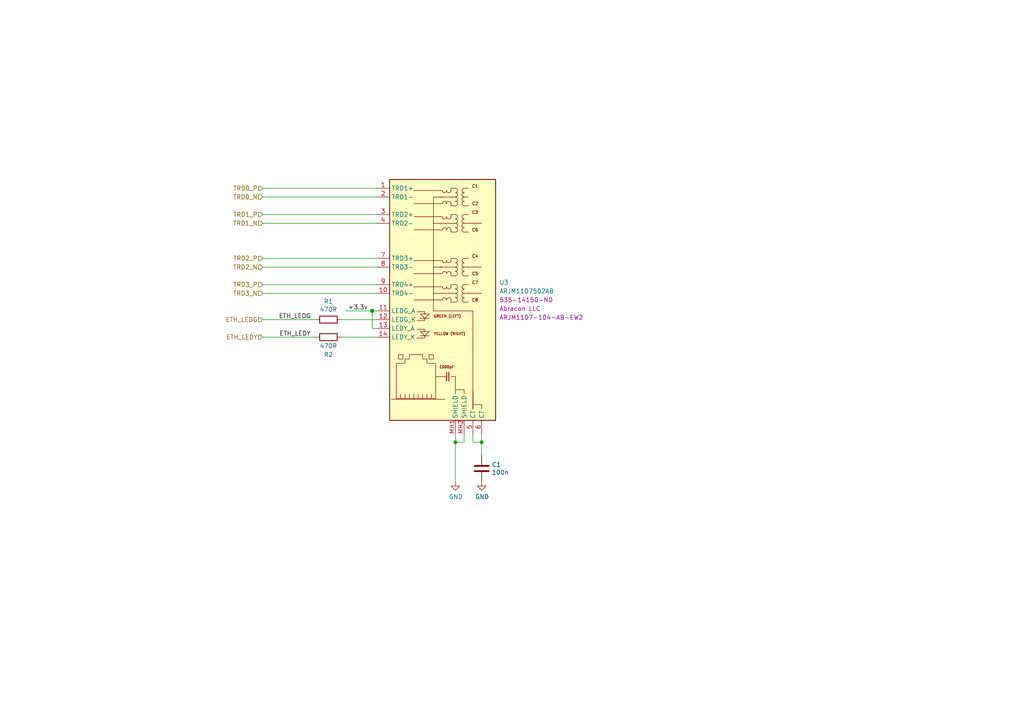
<source format=kicad_sch>
(kicad_sch (version 20230121) (generator eeschema)
  (paper "A4")
  (title_block (title "Mainboard Ethernet Connector") (date "2022-01-09") (rev "v1"))
  (lib_symbols
    (symbol "Device:C" (pin_numbers hide) (pin_names (offset 0.254))
      (property "Reference" "C" (at 0.635 2.54 0))
      (property "Value" "C" (at 0.635 -2.54 0))
      (symbol "C_0_1"
        (polyline (pts (xy -2.032 -0.762) (xy 2.032 -0.762)) (stroke (width 0.508)))
        (polyline (pts (xy -2.032 0.762) (xy 2.032 0.762)) (stroke (width 0.508)))
      )
      (symbol "C_1_1"
        (pin passive line (at 0 3.81 270) (length 2.794) (name "~") (number "1"))
        (pin passive line (at 0 -3.81 90) (length 2.794) (name "~") (number "2"))
      )
    )
    (symbol "Device:R" (pin_numbers hide) (pin_names (offset 0))
      (property "Reference" "R" (at 2.032 0 90))
      (property "Value" "R" (at 0 0 90))
      (symbol "R_0_1"
        (rectangle (start -1.016 -2.54) (end 1.016 2.54) (stroke (width 0.254)))
      )
      (symbol "R_1_1"
        (pin passive line (at 0 3.81 270) (length 1.27) (name "~") (number "1"))
        (pin passive line (at 0 -3.81 90) (length 1.27) (name "~") (number "2"))
      )
    )
    (symbol "Mainboard:ARJM11D7502AB"
      (property "Reference" "U" (at -1.27 -17.78 0))
      (property "Value" "ARJM11D7502AB" (at 0 46.99 0))
      (property "Digi-Key-Teilenr." "535-14150-ND" (at 0 0 0))
      (property "Field5" "Abracon LLC" (at 0 0 0))
      (property "Field6" "ARJM11D7-104-AB-EW2" (at 0 0 0))
      (symbol "ARJM11D7502AB_0_1"
        (polyline (pts (xy 5.08 10.16) (xy -1.27 10.16) (xy -1.27 17.78) (xy 1.27 17.78) (xy -1.27 17.78)))
        (polyline (pts (xy 5.08 30.48) (xy -1.27 30.48) (xy -1.27 38.1) (xy 1.27 38.1) (xy -1.27 38.1)))
      )
      (symbol "ARJM11D7502AB_1_1"
        (rectangle (start -13.97 43.18) (end 16.764 -26.67) (stroke (width 0.254)) (fill (type background)))
        (rectangle (start -11.43 -7.62) (end -11.43 -8.89) (stroke (width 0.1524)))
        (rectangle (start -11.43 -7.62) (end -10.16 -7.62) (stroke (width 0.1524)))
        (rectangle (start -10.16 -8.89) (end -11.43 -8.89) (stroke (width 0.1524)))
        (rectangle (start -10.16 -8.89) (end -10.16 -7.62) (stroke (width 0.1524)))
        (rectangle (start -2.54 -7.62) (end -2.54 -8.89) (stroke (width 0.1524)))
        (rectangle (start -2.54 -7.62) (end -1.27 -7.62) (stroke (width 0.1524)))
        (rectangle (start -1.27 -8.89) (end -2.54 -8.89) (stroke (width 0.1524)))
        (rectangle (start -1.27 -8.89) (end -1.27 -7.62) (stroke (width 0.1524)))
        (polyline (pts (xy -13.462 -20.574) (xy 2.032 -20.574)) (stroke (width 0.1524)))
        (polyline (pts (xy -10.795 -19.05) (xy -10.795 -20.32)))
        (polyline (pts (xy -9.525 -19.05) (xy -9.525 -20.32)))
        (polyline (pts (xy -8.255 -20.32) (xy -8.255 -19.05)))
        (polyline (pts (xy -6.985 -20.32) (xy -6.985 -19.05)))
        (polyline (pts (xy -5.715 -20.32) (xy -5.715 -19.05)))
        (polyline (pts (xy -4.445 -20.32) (xy -4.445 -19.05)))
        (polyline (pts (xy -3.175 -20.32) (xy -3.175 -19.05)))
        (polyline (pts (xy -2.54 -2.159) (xy -5.08 -2.159)))
        (polyline (pts (xy -2.54 2.921) (xy -5.08 2.921)))
        (polyline (pts (xy -1.905 -19.05) (xy -1.905 -20.32)))
        (polyline (pts (xy -1.27 17.78) (xy -1.27 30.48)))
        (polyline (pts (xy -0.635 -13.97) (xy -0.635 -13.97)) (stroke (width 0.1524)))
        (polyline (pts (xy 0.635 17.78) (xy 5.08 17.78)))
        (polyline (pts (xy 0.635 38.1) (xy 5.08 38.1)))
        (polyline (pts (xy 1.27 8.255) (xy -6.985 8.255)))
        (polyline (pts (xy 1.27 12.065) (xy -6.985 12.065)))
        (polyline (pts (xy 1.27 15.875) (xy -6.985 15.875)))
        (polyline (pts (xy 1.27 19.685) (xy -6.985 19.685)))
        (polyline (pts (xy 1.27 28.575) (xy -6.985 28.575)))
        (polyline (pts (xy 1.27 32.385) (xy -6.985 32.385)))
        (polyline (pts (xy 1.27 36.195) (xy -6.985 36.195)))
        (polyline (pts (xy 1.27 40.005) (xy -6.985 40.005)))
        (polyline (pts (xy 2.54 -13.97) (xy -0.635 -13.97)) (stroke (width 0.1524)))
        (polyline (pts (xy 2.54 -12.7) (xy 2.54 -15.24)) (stroke (width 0.254)))
        (polyline (pts (xy 3.175 -12.7) (xy 3.175 -15.24)) (stroke (width 0.254)))
        (polyline (pts (xy 5.08 -13.97) (xy 3.81 -13.97)) (stroke (width 0.1524)))
        (polyline (pts (xy 7.62 7.62) (xy 8.89 7.62)))
        (polyline (pts (xy 7.62 10.16) (xy 8.89 10.16)))
        (polyline (pts (xy 7.62 12.7) (xy 8.89 12.7)))
        (polyline (pts (xy 7.62 15.24) (xy 8.89 15.24)))
        (polyline (pts (xy 7.62 17.78) (xy 8.89 17.78)))
        (polyline (pts (xy 7.62 20.32) (xy 8.89 20.32)))
        (polyline (pts (xy 7.62 27.94) (xy 8.89 27.94)))
        (polyline (pts (xy 7.62 30.48) (xy 8.89 30.48)))
        (polyline (pts (xy 7.62 33.02) (xy 8.89 33.02)))
        (polyline (pts (xy 7.62 35.56) (xy 8.89 35.56)))
        (polyline (pts (xy 7.62 38.1) (xy 8.89 38.1)))
        (polyline (pts (xy 7.62 40.64) (xy 8.89 40.64)))
        (polyline (pts (xy 8.89 10.16) (xy 12.7 10.16)))
        (polyline (pts (xy 8.89 17.78) (xy 12.7 17.78)))
        (polyline (pts (xy 8.89 30.48) (xy 12.7 30.48)))
        (polyline (pts (xy -6.096 -2.794) (xy -3.81 -2.794) (xy -3.81 -2.159)))
        (polyline (pts (xy -6.096 -0.254) (xy -3.81 -0.254) (xy -3.81 -0.889)))
        (polyline (pts (xy -6.096 4.826) (xy -3.81 4.826) (xy -3.81 4.191)))
        (polyline (pts (xy -3.81 2.921) (xy -3.81 2.286) (xy -6.096 2.286)))
        (polyline (pts (xy 3.81 8.255) (xy 3.81 7.62) (xy 5.08 7.62)))
        (polyline (pts (xy 3.81 15.875) (xy 3.81 15.24) (xy 5.08 15.24)))
        (polyline (pts (xy 3.81 28.575) (xy 3.81 27.94) (xy 5.08 27.94)))
        (polyline (pts (xy 3.81 36.195) (xy 3.81 35.56) (xy 5.08 35.56)))
        (polyline (pts (xy 5.08 12.7) (xy 3.81 12.7) (xy 3.81 12.065)))
        (polyline (pts (xy 5.08 20.32) (xy 3.81 20.32) (xy 3.81 19.685)))
        (polyline (pts (xy 5.08 33.02) (xy 3.81 33.02) (xy 3.81 32.385)))
        (polyline (pts (xy 5.08 40.64) (xy 3.81 40.64) (xy 3.81 40.005)))
        (polyline (pts (xy -5.08 4.191) (xy -2.54 4.191) (xy -3.81 2.921) (xy -5.08 4.191)))
        (polyline (pts (xy -2.54 -0.889) (xy -5.08 -0.889) (xy -3.81 -2.159) (xy -2.54 -0.889)))
        (polyline (pts (xy -1.27 10.16) (xy -1.27 6.35) (xy -1.27 5.08) (xy 10.16 5.08) (xy 10.16 -23.368)) (stroke (width 0.1524)))
        (polyline (pts (xy 7.62 -19.05) (xy 7.62 -17.78) (xy 5.08 -17.78) (xy 5.08 -19.05) (xy 5.08 -17.78) (xy 5.08 -16.51) (xy 5.08 -13.97)))
        (polyline (pts (xy 12.7 -23.368) (xy 12.7 -22.098) (xy 10.16 -22.098) (xy 10.16 -23.368) (xy 10.16 -22.098) (xy 10.16 -20.828) (xy 10.16 -18.288)))
        (polyline (pts (xy -0.635 -20.32) (xy -12.065 -20.32) (xy -12.065 -10.16) (xy -9.525 -10.16) (xy -9.525 -8.89) (xy -8.255 -8.89) (xy -8.255 -7.62) (xy -4.445 -7.62) (xy -4.445 -8.89) (xy -3.175 -8.89) (xy -3.175 -10.16) (xy -0.635 -10.16) (xy -0.635 -20.32)))
        (arc (start 1.27 12.065) (mid 1.905 11.4327) (end 2.54 12.065))
        (arc (start 1.27 19.685) (mid 1.905 19.0527) (end 2.54 19.685))
        (arc (start 1.27 32.385) (mid 1.905 31.7527) (end 2.54 32.385))
        (arc (start 1.27 40.005) (mid 1.905 39.3727) (end 2.54 40.005))
        (arc (start 2.54 8.255) (mid 1.905 8.8873) (end 1.27 8.255))
        (arc (start 2.54 12.065) (mid 3.175 11.4327) (end 3.81 12.065))
        (arc (start 2.54 15.875) (mid 1.905 16.5073) (end 1.27 15.875))
        (arc (start 2.54 19.685) (mid 3.175 19.0527) (end 3.81 19.685))
        (arc (start 2.54 28.575) (mid 1.905 29.2073) (end 1.27 28.575))
        (arc (start 2.54 32.385) (mid 3.175 31.7527) (end 3.81 32.385))
        (arc (start 2.54 36.195) (mid 1.905 36.8273) (end 1.27 36.195))
        (arc (start 2.54 40.005) (mid 3.175 39.3727) (end 3.81 40.005))
        (arc (start 3.81 8.255) (mid 3.175 8.8873) (end 2.54 8.255))
        (arc (start 3.81 15.875) (mid 3.175 16.5073) (end 2.54 15.875))
        (arc (start 3.81 28.575) (mid 3.175 29.2073) (end 2.54 28.575))
        (arc (start 3.81 36.195) (mid 3.175 36.8273) (end 2.54 36.195))
        (arc (start 5.08 7.62) (mid 5.7123 8.255) (end 5.08 8.89))
        (arc (start 5.08 8.89) (mid 5.7123 9.525) (end 5.08 10.16))
        (arc (start 5.08 10.16) (mid 5.7123 10.795) (end 5.08 11.43))
        (arc (start 5.08 11.43) (mid 5.7123 12.065) (end 5.08 12.7))
        (arc (start 5.08 15.24) (mid 5.7123 15.875) (end 5.08 16.51))
        (arc (start 5.08 16.51) (mid 5.7123 17.145) (end 5.08 17.78))
        (arc (start 5.08 17.78) (mid 5.7123 18.415) (end 5.08 19.05))
        (arc (start 5.08 19.05) (mid 5.7123 19.685) (end 5.08 20.32))
        (arc (start 5.08 27.94) (mid 5.7123 28.575) (end 5.08 29.21))
        (arc (start 5.08 29.21) (mid 5.7123 29.845) (end 5.08 30.48))
        (arc (start 5.08 30.48) (mid 5.7123 31.115) (end 5.08 31.75))
        (arc (start 5.08 31.75) (mid 5.7123 32.385) (end 5.08 33.02))
        (arc (start 5.08 35.56) (mid 5.7123 36.195) (end 5.08 36.83))
        (arc (start 5.08 36.83) (mid 5.7123 37.465) (end 5.08 38.1))
        (arc (start 5.08 38.1) (mid 5.7123 38.735) (end 5.08 39.37))
        (arc (start 5.08 39.37) (mid 5.7123 40.005) (end 5.08 40.64))
        (arc (start 7.62 8.89) (mid 6.9877 8.255) (end 7.62 7.62))
        (arc (start 7.62 10.16) (mid 6.9877 9.525) (end 7.62 8.89))
        (arc (start 7.62 11.43) (mid 6.9877 10.795) (end 7.62 10.16))
        (arc (start 7.62 12.7) (mid 6.9877 12.065) (end 7.62 11.43))
        (arc (start 7.62 16.51) (mid 6.9877 15.875) (end 7.62 15.24))
        (arc (start 7.62 17.78) (mid 6.9877 17.145) (end 7.62 16.51))
        (arc (start 7.62 19.05) (mid 6.9877 18.415) (end 7.62 17.78))
        (arc (start 7.62 20.32) (mid 6.9877 19.685) (end 7.62 19.05))
        (arc (start 7.62 29.21) (mid 6.9877 28.575) (end 7.62 27.94))
        (arc (start 7.62 30.48) (mid 6.9877 29.845) (end 7.62 29.21))
        (arc (start 7.62 31.75) (mid 6.9877 31.115) (end 7.62 30.48))
        (arc (start 7.62 33.02) (mid 6.9877 32.385) (end 7.62 31.75))
        (arc (start 7.62 36.83) (mid 6.9877 36.195) (end 7.62 35.56))
        (arc (start 7.62 38.1) (mid 6.9877 37.465) (end 7.62 36.83))
        (arc (start 7.62 39.37) (mid 6.9877 38.735) (end 7.62 38.1))
        (arc (start 7.62 40.64) (mid 6.9877 40.005) (end 7.62 39.37))
        (text "1000pF" (at 2.54 -11.176 0) (effects (font (size 0.762 0.762))))
        (text "C1" (at 10.795 41.275 0) (effects (font (size 0.889 0.889))))
        (text "C2" (at 10.795 36.195 0) (effects (font (size 0.889 0.889))))
        (text "C3" (at 10.795 33.655 0) (effects (font (size 0.889 0.889))))
        (text "C4" (at 10.795 20.955 0) (effects (font (size 0.889 0.889))))
        (text "C5" (at 10.795 15.875 0) (effects (font (size 0.889 0.889))))
        (text "C6" (at 10.795 28.575 0) (effects (font (size 0.889 0.889))))
        (text "C7" (at 10.795 13.335 0) (effects (font (size 0.889 0.889))))
        (text "C8" (at 10.795 8.255 0) (effects (font (size 0.889 0.889))))
        (text "GREEN (LEFT)" (at -1.27 3.556 0) (effects (font (size 0.762 0.762)) (justify left)))
        (text "YELLOW (RIGHT)" (at -1.27 -1.524 0) (effects (font (size 0.762 0.762)) (justify left)))
        (pin passive line (at -17.78 40.64 0) (length 3.81) (name "TRD1+") (number "1"))
        (pin passive line (at -17.78 10.16 0) (length 3.81) (name "TRD4-") (number "10"))
        (pin passive line (at -17.78 5.08 0) (length 3.81) (name "LEDG_A") (number "11"))
        (pin passive line (at -17.78 2.54 0) (length 3.81) (name "LEDG_K") (number "12"))
        (pin passive line (at -17.78 0 0) (length 3.81) (name "LEDY_A") (number "13"))
        (pin passive line (at -17.78 -2.54 0) (length 3.81) (name "LEDY_K") (number "14"))
        (pin passive line (at -17.78 38.1 0) (length 3.81) (name "TRD1-") (number "2"))
        (pin passive line (at -17.78 33.02 0) (length 3.81) (name "TRD2+") (number "3"))
        (pin passive line (at -17.78 30.48 0) (length 3.81) (name "TRD2-") (number "4"))
        (pin passive line (at 10.16 -30.48 90) (length 3.81) (name "CT") (number "5"))
        (pin passive line (at 12.7 -30.48 90) (length 3.81) (name "CT") (number "6"))
        (pin passive line (at -17.78 20.32 0) (length 3.81) (name "TRD3+") (number "7"))
        (pin passive line (at -17.78 17.78 0) (length 3.81) (name "TRD3-") (number "8"))
        (pin passive line (at -17.78 12.7 0) (length 3.81) (name "TRD4+") (number "9"))
        (pin passive line (at 5.08 -30.48 90) (length 3.81) (name "SHIELD") (number "MH1"))
        (pin passive line (at 7.62 -30.48 90) (length 3.81) (name "SHIELD") (number "MH2"))
      )
    )
    (symbol "power:GND" (power) (pin_names (offset 0))
      (property "Value" "GND" (at 0 -3.81 0))
      (symbol "GND_0_1"
        (polyline (pts (xy 0 0) (xy 0 -1.27) (xy 1.27 -1.27) (xy 0 -2.54) (xy -1.27 -1.27) (xy 0 -1.27)))
      )
      (symbol "GND_1_1"
        (pin power_in line (at 0 0 270) (length 0) hide (name "GND") (number "1"))
      )
    )
  )
  (junction (at 139.7 128.27))
  (junction (at 132.08 128.27))
  (junction (at 107.95 90.17) (diameter 1.016))
  (wire (pts (xy 107.95 95.25) (xy 107.95 90.17)))
  (wire (pts (xy 76.2 57.15) (xy 109.22 57.15)))
  (wire (pts (xy 76.2 74.93) (xy 109.22 74.93)))
  (wire (pts (xy 100.33 90.17) (xy 107.95 90.17)))
  (wire (pts (xy 139.7 128.27) (xy 139.7 125.73)))
  (wire (pts (xy 99.06 92.71) (xy 109.22 92.71)))
  (wire (pts (xy 76.2 64.77) (xy 109.22 64.77)))
  (wire (pts (xy 76.2 77.47) (xy 109.22 77.47)))
  (wire (pts (xy 132.08 128.27) (xy 132.08 125.73)))
  (wire (pts (xy 132.08 128.27) (xy 132.08 139.7)))
  (wire (pts (xy 76.2 82.55) (xy 109.22 82.55)))
  (wire (pts (xy 134.62 125.73) (xy 134.62 128.27)))
  (wire (pts (xy 107.95 90.17) (xy 109.22 90.17)))
  (wire (pts (xy 139.7 128.27) (xy 139.7 132.08)))
  (wire (pts (xy 137.16 128.27) (xy 139.7 128.27)))
  (wire (pts (xy 76.2 85.09) (xy 109.22 85.09)))
  (wire (pts (xy 76.2 54.61) (xy 109.22 54.61)))
  (wire (pts (xy 99.06 97.79) (xy 109.22 97.79)))
  (wire (pts (xy 76.2 92.71) (xy 91.44 92.71)))
  (wire (pts (xy 109.22 95.25) (xy 107.95 95.25)))
  (wire (pts (xy 137.16 125.73) (xy 137.16 128.27)))
  (wire (pts (xy 134.62 128.27) (xy 132.08 128.27)))
  (wire (pts (xy 76.2 62.23) (xy 109.22 62.23)))
  (wire (pts (xy 76.2 97.79) (xy 91.44 97.79)))
  (label "ETH_LEDG" (at 90.17 92.71 180))
  (label "+3.3v" (at 106.68 90.17 180))
  (label "ETH_LEDY" (at 90.17 97.79 180))
  (hierarchical_label "TRD1_N" (shape input) (at 76.2 64.77 180))
  (hierarchical_label "TRD3_N" (shape input) (at 76.2 85.09 180))
  (hierarchical_label "TRD1_P" (shape input) (at 76.2 62.23 180))
  (hierarchical_label "TRD0_N" (shape input) (at 76.2 57.15 180))
  (hierarchical_label "TRD0_P" (shape input) (at 76.2 54.61 180))
  (hierarchical_label "ETH_LEDG" (shape input) (at 76.2 92.71 180))
  (hierarchical_label "TRD3_P" (shape input) (at 76.2 82.55 180))
  (hierarchical_label "ETH_LEDY" (shape input) (at 76.2 97.79 180))
  (hierarchical_label "TRD2_P" (shape input) (at 76.2 74.93 180))
  (hierarchical_label "TRD2_N" (shape input) (at 76.2 77.47 180))
  (symbol (lib_id "Device:C") (at 139.7 135.89 0) (unit 1)
    (property "Reference" "C1" (at 142.621 134.7216 0) (effects (justify left)))
    (property "Value" "100n" (at 142.621 137.033 0) (effects (justify left)))
    (property "Footprint" "Capacitor_SMD:C_0402_1005Metric" (effects hide))
    (property "Field4" "Farnell" (effects hide))
    (property "Field5" "2611911" (effects hide))
    (property "Field6" "RM EMK105 B7104KV-F" (effects hide))
    (property "Field7" "TAIYO YUDEN EUROPE GMBH" (effects hide))
    (property "Part Description" "	0.1uF 10% 16V Ceramic Capacitor X7R 0402 (1005 Metric)" (effects hide))
    (property "Field8" "110091611" (effects hide))
  )
  (symbol (lib_id "power:GND") (at 132.08 139.7 0) (unit 1)
    (property "Reference" "#PWR07" (effects hide))
    (property "Value" "GND" (at 132.207 144.0942 0))
  )
  (symbol (lib_id "Device:R") (at 95.25 92.71 270) (unit 1)
    (property "Reference" "R1" (at 95.25 87.4522 90))
    (property "Value" "470R" (at 95.25 89.7636 90))
    (property "Footprint" "Resistor_SMD:R_0402_1005Metric" (effects hide))
    (property "Field4" "Farnell" (effects hide))
    (property "Field5" "9239197" (effects hide))
    (property "Field7" "KOA EUROPE GMBH" (effects hide))
    (property "Field6" "RK73G1ETQTP4700D         " (effects hide))
    (property "Field8" "120887981" (effects hide))
    (property "Part Description" "Resistor 470R M1005 1% 63mW" (effects hide))
  )
  (symbol (lib_id "Mainboard:ARJM11D7502AB") (at 127 95.25 0) (unit 1)
    (property "Reference" "U3" (at 144.78 81.9149 0) (effects (justify left)))
    (property "Value" "ARJM11D7502AB" (at 144.78 84.4549 0) (effects (justify left)))
    (property "Footprint" "ARJM11:ARJM11D7502ABER2T" (effects hide))
    (property "Datasheet" "https://abracon.com/Magnetics/ARJM11.pdf" (effects hide))
    (property "Digi-Key-Teilenr." "535-14150-ND" (at 144.78 86.9949 0) (effects (justify left)))
    (property "Field5" "Abracon LLC" (at 144.78 89.5349 0) (effects (justify left)))
    (property "Field6" "ARJM11D7-104-AB-EW2" (at 144.78 92.0749 0) (effects (justify left)))
  )
  (symbol (lib_id "power:GND") (at 139.7 139.7 0) (unit 1)
    (property "Reference" "#PWR06" (effects hide))
    (property "Value" "GND" (at 139.827 144.0942 0))
  )
  (symbol (lib_id "Device:R") (at 95.25 97.79 270) (unit 1)
    (property "Reference" "R2" (at 95.25 102.87 90))
    (property "Value" "470R" (at 95.25 100.33 90))
    (property "Footprint" "Resistor_SMD:R_0402_1005Metric" (effects hide))
    (property "Field4" "Farnell" (effects hide))
    (property "Field5" "9239197" (effects hide))
    (property "Field7" "KOA EUROPE GMBH" (effects hide))
    (property "Field6" "RK73G1ETQTP4700D         " (effects hide))
    (property "Field8" "120887981" (effects hide))
    (property "Part Description" "Resistor 470R M1005 1% 63mW" (effects hide))
  )
)
</source>
